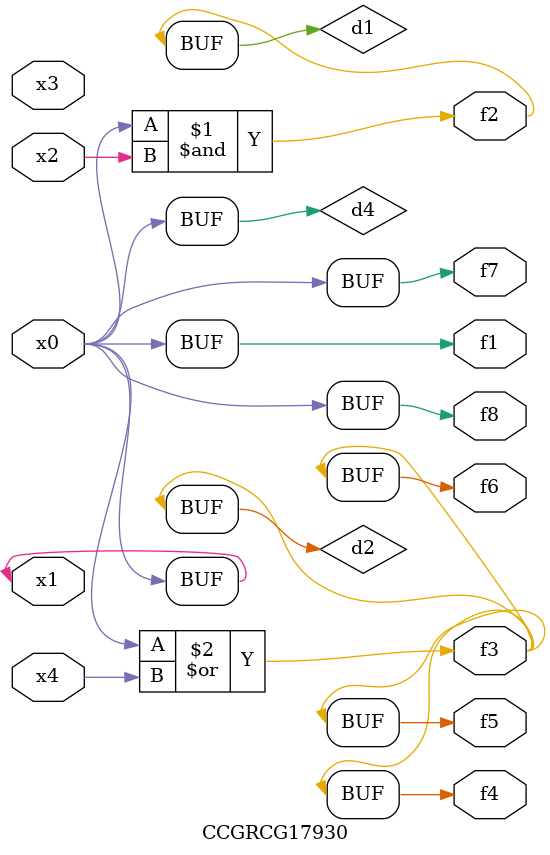
<source format=v>
module CCGRCG17930(
	input x0, x1, x2, x3, x4,
	output f1, f2, f3, f4, f5, f6, f7, f8
);

	wire d1, d2, d3, d4;

	and (d1, x0, x2);
	or (d2, x0, x4);
	nand (d3, x0, x2);
	buf (d4, x0, x1);
	assign f1 = d4;
	assign f2 = d1;
	assign f3 = d2;
	assign f4 = d2;
	assign f5 = d2;
	assign f6 = d2;
	assign f7 = d4;
	assign f8 = d4;
endmodule

</source>
